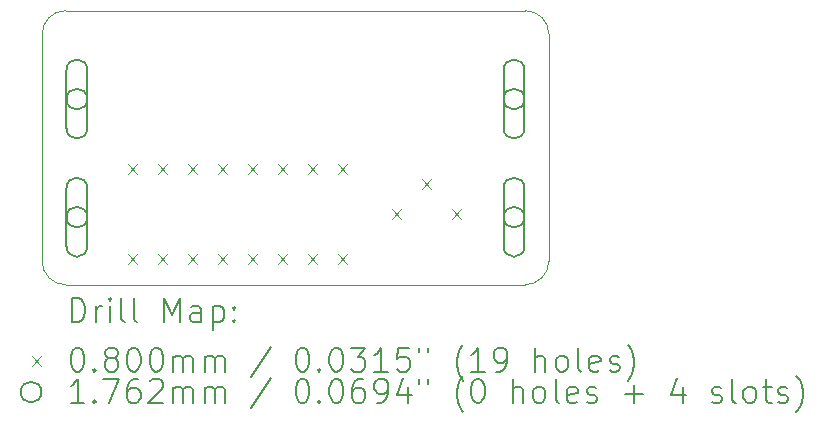
<source format=gbr>
%TF.GenerationSoftware,KiCad,Pcbnew,(6.0.11)*%
%TF.CreationDate,2024-01-24T12:45:55+00:00*%
%TF.ProjectId,Econet_ID_Extender_External,45636f6e-6574-45f4-9944-5f457874656e,rev?*%
%TF.SameCoordinates,Original*%
%TF.FileFunction,Drillmap*%
%TF.FilePolarity,Positive*%
%FSLAX45Y45*%
G04 Gerber Fmt 4.5, Leading zero omitted, Abs format (unit mm)*
G04 Created by KiCad (PCBNEW (6.0.11)) date 2024-01-24 12:45:55*
%MOMM*%
%LPD*%
G01*
G04 APERTURE LIST*
%ADD10C,0.100000*%
%ADD11C,0.200000*%
%ADD12C,0.080000*%
%ADD13C,0.176200*%
G04 APERTURE END LIST*
D10*
X16771578Y-10724578D02*
G75*
G03*
X16971578Y-10524578I2J199998D01*
G01*
X12681000Y-8603578D02*
X12681000Y-10524578D01*
X12881000Y-8403580D02*
G75*
G03*
X12681000Y-8603578I0J-200000D01*
G01*
X16971578Y-10524578D02*
X16971578Y-8603578D01*
X16971572Y-8603578D02*
G75*
G03*
X16771578Y-8403578I-199992J8D01*
G01*
X12681002Y-10524578D02*
G75*
G03*
X12881000Y-10724578I199998J-2D01*
G01*
X12881000Y-10724578D02*
X16771578Y-10724578D01*
X12881000Y-8403578D02*
X16771578Y-8403578D01*
D11*
D12*
X13404750Y-9704578D02*
X13484750Y-9784578D01*
X13484750Y-9704578D02*
X13404750Y-9784578D01*
X13404750Y-10466578D02*
X13484750Y-10546578D01*
X13484750Y-10466578D02*
X13404750Y-10546578D01*
X13658750Y-9704578D02*
X13738750Y-9784578D01*
X13738750Y-9704578D02*
X13658750Y-9784578D01*
X13658750Y-10466578D02*
X13738750Y-10546578D01*
X13738750Y-10466578D02*
X13658750Y-10546578D01*
X13912750Y-9704578D02*
X13992750Y-9784578D01*
X13992750Y-9704578D02*
X13912750Y-9784578D01*
X13912750Y-10466578D02*
X13992750Y-10546578D01*
X13992750Y-10466578D02*
X13912750Y-10546578D01*
X14166750Y-9704578D02*
X14246750Y-9784578D01*
X14246750Y-9704578D02*
X14166750Y-9784578D01*
X14166750Y-10466578D02*
X14246750Y-10546578D01*
X14246750Y-10466578D02*
X14166750Y-10546578D01*
X14420750Y-9704578D02*
X14500750Y-9784578D01*
X14500750Y-9704578D02*
X14420750Y-9784578D01*
X14420750Y-10466578D02*
X14500750Y-10546578D01*
X14500750Y-10466578D02*
X14420750Y-10546578D01*
X14674750Y-9704578D02*
X14754750Y-9784578D01*
X14754750Y-9704578D02*
X14674750Y-9784578D01*
X14674750Y-10466578D02*
X14754750Y-10546578D01*
X14754750Y-10466578D02*
X14674750Y-10546578D01*
X14928750Y-9704578D02*
X15008750Y-9784578D01*
X15008750Y-9704578D02*
X14928750Y-9784578D01*
X14928750Y-10466578D02*
X15008750Y-10546578D01*
X15008750Y-10466578D02*
X14928750Y-10546578D01*
X15182750Y-9704578D02*
X15262750Y-9784578D01*
X15262750Y-9704578D02*
X15182750Y-9784578D01*
X15182750Y-10466578D02*
X15262750Y-10546578D01*
X15262750Y-10466578D02*
X15182750Y-10546578D01*
X15640000Y-10085078D02*
X15720000Y-10165078D01*
X15720000Y-10085078D02*
X15640000Y-10165078D01*
X15894000Y-9831078D02*
X15974000Y-9911078D01*
X15974000Y-9831078D02*
X15894000Y-9911078D01*
X16148000Y-10085078D02*
X16228000Y-10165078D01*
X16228000Y-10085078D02*
X16148000Y-10165078D01*
D13*
X13063889Y-9153000D02*
G75*
G03*
X13063889Y-9153000I-88100J0D01*
G01*
D11*
X12887689Y-8906100D02*
X12887689Y-9399900D01*
X13063889Y-8906100D02*
X13063889Y-9399900D01*
X12887689Y-9399900D02*
G75*
G03*
X13063889Y-9399900I88100J0D01*
G01*
X13063889Y-8906100D02*
G75*
G03*
X12887689Y-8906100I-88100J0D01*
G01*
D13*
X13063889Y-10153000D02*
G75*
G03*
X13063889Y-10153000I-88100J0D01*
G01*
D11*
X12887689Y-9906100D02*
X12887689Y-10399900D01*
X13063889Y-9906100D02*
X13063889Y-10399900D01*
X12887689Y-10399900D02*
G75*
G03*
X13063889Y-10399900I88100J0D01*
G01*
X13063889Y-9906100D02*
G75*
G03*
X12887689Y-9906100I-88100J0D01*
G01*
D13*
X16764889Y-9153000D02*
G75*
G03*
X16764889Y-9153000I-88100J0D01*
G01*
D11*
X16588689Y-8906100D02*
X16588689Y-9399900D01*
X16764889Y-8906100D02*
X16764889Y-9399900D01*
X16588689Y-9399900D02*
G75*
G03*
X16764889Y-9399900I88100J0D01*
G01*
X16764889Y-8906100D02*
G75*
G03*
X16588689Y-8906100I-88100J0D01*
G01*
D13*
X16764889Y-10153000D02*
G75*
G03*
X16764889Y-10153000I-88100J0D01*
G01*
D11*
X16588689Y-9906100D02*
X16588689Y-10399900D01*
X16764889Y-9906100D02*
X16764889Y-10399900D01*
X16588689Y-10399900D02*
G75*
G03*
X16764889Y-10399900I88100J0D01*
G01*
X16764889Y-9906100D02*
G75*
G03*
X16588689Y-9906100I-88100J0D01*
G01*
X12933619Y-11040054D02*
X12933619Y-10840054D01*
X12981238Y-10840054D01*
X13009809Y-10849578D01*
X13028857Y-10868626D01*
X13038380Y-10887673D01*
X13047904Y-10925769D01*
X13047904Y-10954340D01*
X13038380Y-10992435D01*
X13028857Y-11011483D01*
X13009809Y-11030531D01*
X12981238Y-11040054D01*
X12933619Y-11040054D01*
X13133619Y-11040054D02*
X13133619Y-10906721D01*
X13133619Y-10944816D02*
X13143142Y-10925769D01*
X13152666Y-10916245D01*
X13171714Y-10906721D01*
X13190761Y-10906721D01*
X13257428Y-11040054D02*
X13257428Y-10906721D01*
X13257428Y-10840054D02*
X13247904Y-10849578D01*
X13257428Y-10859102D01*
X13266952Y-10849578D01*
X13257428Y-10840054D01*
X13257428Y-10859102D01*
X13381238Y-11040054D02*
X13362190Y-11030531D01*
X13352666Y-11011483D01*
X13352666Y-10840054D01*
X13486000Y-11040054D02*
X13466952Y-11030531D01*
X13457428Y-11011483D01*
X13457428Y-10840054D01*
X13714571Y-11040054D02*
X13714571Y-10840054D01*
X13781238Y-10982912D01*
X13847904Y-10840054D01*
X13847904Y-11040054D01*
X14028857Y-11040054D02*
X14028857Y-10935292D01*
X14019333Y-10916245D01*
X14000285Y-10906721D01*
X13962190Y-10906721D01*
X13943142Y-10916245D01*
X14028857Y-11030531D02*
X14009809Y-11040054D01*
X13962190Y-11040054D01*
X13943142Y-11030531D01*
X13933619Y-11011483D01*
X13933619Y-10992435D01*
X13943142Y-10973388D01*
X13962190Y-10963864D01*
X14009809Y-10963864D01*
X14028857Y-10954340D01*
X14124095Y-10906721D02*
X14124095Y-11106721D01*
X14124095Y-10916245D02*
X14143142Y-10906721D01*
X14181238Y-10906721D01*
X14200285Y-10916245D01*
X14209809Y-10925769D01*
X14219333Y-10944816D01*
X14219333Y-11001959D01*
X14209809Y-11021007D01*
X14200285Y-11030531D01*
X14181238Y-11040054D01*
X14143142Y-11040054D01*
X14124095Y-11030531D01*
X14305047Y-11021007D02*
X14314571Y-11030531D01*
X14305047Y-11040054D01*
X14295523Y-11030531D01*
X14305047Y-11021007D01*
X14305047Y-11040054D01*
X14305047Y-10916245D02*
X14314571Y-10925769D01*
X14305047Y-10935292D01*
X14295523Y-10925769D01*
X14305047Y-10916245D01*
X14305047Y-10935292D01*
D12*
X12596000Y-11329578D02*
X12676000Y-11409578D01*
X12676000Y-11329578D02*
X12596000Y-11409578D01*
D11*
X12971714Y-11260054D02*
X12990761Y-11260054D01*
X13009809Y-11269578D01*
X13019333Y-11279102D01*
X13028857Y-11298150D01*
X13038380Y-11336245D01*
X13038380Y-11383864D01*
X13028857Y-11421959D01*
X13019333Y-11441007D01*
X13009809Y-11450530D01*
X12990761Y-11460054D01*
X12971714Y-11460054D01*
X12952666Y-11450530D01*
X12943142Y-11441007D01*
X12933619Y-11421959D01*
X12924095Y-11383864D01*
X12924095Y-11336245D01*
X12933619Y-11298150D01*
X12943142Y-11279102D01*
X12952666Y-11269578D01*
X12971714Y-11260054D01*
X13124095Y-11441007D02*
X13133619Y-11450530D01*
X13124095Y-11460054D01*
X13114571Y-11450530D01*
X13124095Y-11441007D01*
X13124095Y-11460054D01*
X13247904Y-11345769D02*
X13228857Y-11336245D01*
X13219333Y-11326721D01*
X13209809Y-11307673D01*
X13209809Y-11298150D01*
X13219333Y-11279102D01*
X13228857Y-11269578D01*
X13247904Y-11260054D01*
X13286000Y-11260054D01*
X13305047Y-11269578D01*
X13314571Y-11279102D01*
X13324095Y-11298150D01*
X13324095Y-11307673D01*
X13314571Y-11326721D01*
X13305047Y-11336245D01*
X13286000Y-11345769D01*
X13247904Y-11345769D01*
X13228857Y-11355292D01*
X13219333Y-11364816D01*
X13209809Y-11383864D01*
X13209809Y-11421959D01*
X13219333Y-11441007D01*
X13228857Y-11450530D01*
X13247904Y-11460054D01*
X13286000Y-11460054D01*
X13305047Y-11450530D01*
X13314571Y-11441007D01*
X13324095Y-11421959D01*
X13324095Y-11383864D01*
X13314571Y-11364816D01*
X13305047Y-11355292D01*
X13286000Y-11345769D01*
X13447904Y-11260054D02*
X13466952Y-11260054D01*
X13486000Y-11269578D01*
X13495523Y-11279102D01*
X13505047Y-11298150D01*
X13514571Y-11336245D01*
X13514571Y-11383864D01*
X13505047Y-11421959D01*
X13495523Y-11441007D01*
X13486000Y-11450530D01*
X13466952Y-11460054D01*
X13447904Y-11460054D01*
X13428857Y-11450530D01*
X13419333Y-11441007D01*
X13409809Y-11421959D01*
X13400285Y-11383864D01*
X13400285Y-11336245D01*
X13409809Y-11298150D01*
X13419333Y-11279102D01*
X13428857Y-11269578D01*
X13447904Y-11260054D01*
X13638380Y-11260054D02*
X13657428Y-11260054D01*
X13676476Y-11269578D01*
X13686000Y-11279102D01*
X13695523Y-11298150D01*
X13705047Y-11336245D01*
X13705047Y-11383864D01*
X13695523Y-11421959D01*
X13686000Y-11441007D01*
X13676476Y-11450530D01*
X13657428Y-11460054D01*
X13638380Y-11460054D01*
X13619333Y-11450530D01*
X13609809Y-11441007D01*
X13600285Y-11421959D01*
X13590761Y-11383864D01*
X13590761Y-11336245D01*
X13600285Y-11298150D01*
X13609809Y-11279102D01*
X13619333Y-11269578D01*
X13638380Y-11260054D01*
X13790761Y-11460054D02*
X13790761Y-11326721D01*
X13790761Y-11345769D02*
X13800285Y-11336245D01*
X13819333Y-11326721D01*
X13847904Y-11326721D01*
X13866952Y-11336245D01*
X13876476Y-11355292D01*
X13876476Y-11460054D01*
X13876476Y-11355292D02*
X13886000Y-11336245D01*
X13905047Y-11326721D01*
X13933619Y-11326721D01*
X13952666Y-11336245D01*
X13962190Y-11355292D01*
X13962190Y-11460054D01*
X14057428Y-11460054D02*
X14057428Y-11326721D01*
X14057428Y-11345769D02*
X14066952Y-11336245D01*
X14086000Y-11326721D01*
X14114571Y-11326721D01*
X14133619Y-11336245D01*
X14143142Y-11355292D01*
X14143142Y-11460054D01*
X14143142Y-11355292D02*
X14152666Y-11336245D01*
X14171714Y-11326721D01*
X14200285Y-11326721D01*
X14219333Y-11336245D01*
X14228857Y-11355292D01*
X14228857Y-11460054D01*
X14619333Y-11250530D02*
X14447904Y-11507673D01*
X14876476Y-11260054D02*
X14895523Y-11260054D01*
X14914571Y-11269578D01*
X14924095Y-11279102D01*
X14933619Y-11298150D01*
X14943142Y-11336245D01*
X14943142Y-11383864D01*
X14933619Y-11421959D01*
X14924095Y-11441007D01*
X14914571Y-11450530D01*
X14895523Y-11460054D01*
X14876476Y-11460054D01*
X14857428Y-11450530D01*
X14847904Y-11441007D01*
X14838380Y-11421959D01*
X14828857Y-11383864D01*
X14828857Y-11336245D01*
X14838380Y-11298150D01*
X14847904Y-11279102D01*
X14857428Y-11269578D01*
X14876476Y-11260054D01*
X15028857Y-11441007D02*
X15038380Y-11450530D01*
X15028857Y-11460054D01*
X15019333Y-11450530D01*
X15028857Y-11441007D01*
X15028857Y-11460054D01*
X15162190Y-11260054D02*
X15181238Y-11260054D01*
X15200285Y-11269578D01*
X15209809Y-11279102D01*
X15219333Y-11298150D01*
X15228857Y-11336245D01*
X15228857Y-11383864D01*
X15219333Y-11421959D01*
X15209809Y-11441007D01*
X15200285Y-11450530D01*
X15181238Y-11460054D01*
X15162190Y-11460054D01*
X15143142Y-11450530D01*
X15133619Y-11441007D01*
X15124095Y-11421959D01*
X15114571Y-11383864D01*
X15114571Y-11336245D01*
X15124095Y-11298150D01*
X15133619Y-11279102D01*
X15143142Y-11269578D01*
X15162190Y-11260054D01*
X15295523Y-11260054D02*
X15419333Y-11260054D01*
X15352666Y-11336245D01*
X15381238Y-11336245D01*
X15400285Y-11345769D01*
X15409809Y-11355292D01*
X15419333Y-11374340D01*
X15419333Y-11421959D01*
X15409809Y-11441007D01*
X15400285Y-11450530D01*
X15381238Y-11460054D01*
X15324095Y-11460054D01*
X15305047Y-11450530D01*
X15295523Y-11441007D01*
X15609809Y-11460054D02*
X15495523Y-11460054D01*
X15552666Y-11460054D02*
X15552666Y-11260054D01*
X15533619Y-11288626D01*
X15514571Y-11307673D01*
X15495523Y-11317197D01*
X15790761Y-11260054D02*
X15695523Y-11260054D01*
X15686000Y-11355292D01*
X15695523Y-11345769D01*
X15714571Y-11336245D01*
X15762190Y-11336245D01*
X15781238Y-11345769D01*
X15790761Y-11355292D01*
X15800285Y-11374340D01*
X15800285Y-11421959D01*
X15790761Y-11441007D01*
X15781238Y-11450530D01*
X15762190Y-11460054D01*
X15714571Y-11460054D01*
X15695523Y-11450530D01*
X15686000Y-11441007D01*
X15876476Y-11260054D02*
X15876476Y-11298150D01*
X15952666Y-11260054D02*
X15952666Y-11298150D01*
X16247904Y-11536245D02*
X16238380Y-11526721D01*
X16219333Y-11498150D01*
X16209809Y-11479102D01*
X16200285Y-11450530D01*
X16190761Y-11402911D01*
X16190761Y-11364816D01*
X16200285Y-11317197D01*
X16209809Y-11288626D01*
X16219333Y-11269578D01*
X16238380Y-11241007D01*
X16247904Y-11231483D01*
X16428857Y-11460054D02*
X16314571Y-11460054D01*
X16371714Y-11460054D02*
X16371714Y-11260054D01*
X16352666Y-11288626D01*
X16333619Y-11307673D01*
X16314571Y-11317197D01*
X16524095Y-11460054D02*
X16562190Y-11460054D01*
X16581238Y-11450530D01*
X16590761Y-11441007D01*
X16609809Y-11412435D01*
X16619333Y-11374340D01*
X16619333Y-11298150D01*
X16609809Y-11279102D01*
X16600285Y-11269578D01*
X16581238Y-11260054D01*
X16543142Y-11260054D01*
X16524095Y-11269578D01*
X16514571Y-11279102D01*
X16505047Y-11298150D01*
X16505047Y-11345769D01*
X16514571Y-11364816D01*
X16524095Y-11374340D01*
X16543142Y-11383864D01*
X16581238Y-11383864D01*
X16600285Y-11374340D01*
X16609809Y-11364816D01*
X16619333Y-11345769D01*
X16857428Y-11460054D02*
X16857428Y-11260054D01*
X16943142Y-11460054D02*
X16943142Y-11355292D01*
X16933619Y-11336245D01*
X16914571Y-11326721D01*
X16886000Y-11326721D01*
X16866952Y-11336245D01*
X16857428Y-11345769D01*
X17066952Y-11460054D02*
X17047904Y-11450530D01*
X17038381Y-11441007D01*
X17028857Y-11421959D01*
X17028857Y-11364816D01*
X17038381Y-11345769D01*
X17047904Y-11336245D01*
X17066952Y-11326721D01*
X17095523Y-11326721D01*
X17114571Y-11336245D01*
X17124095Y-11345769D01*
X17133619Y-11364816D01*
X17133619Y-11421959D01*
X17124095Y-11441007D01*
X17114571Y-11450530D01*
X17095523Y-11460054D01*
X17066952Y-11460054D01*
X17247904Y-11460054D02*
X17228857Y-11450530D01*
X17219333Y-11431483D01*
X17219333Y-11260054D01*
X17400285Y-11450530D02*
X17381238Y-11460054D01*
X17343142Y-11460054D01*
X17324095Y-11450530D01*
X17314571Y-11431483D01*
X17314571Y-11355292D01*
X17324095Y-11336245D01*
X17343142Y-11326721D01*
X17381238Y-11326721D01*
X17400285Y-11336245D01*
X17409809Y-11355292D01*
X17409809Y-11374340D01*
X17314571Y-11393388D01*
X17486000Y-11450530D02*
X17505047Y-11460054D01*
X17543142Y-11460054D01*
X17562190Y-11450530D01*
X17571714Y-11431483D01*
X17571714Y-11421959D01*
X17562190Y-11402911D01*
X17543142Y-11393388D01*
X17514571Y-11393388D01*
X17495523Y-11383864D01*
X17486000Y-11364816D01*
X17486000Y-11355292D01*
X17495523Y-11336245D01*
X17514571Y-11326721D01*
X17543142Y-11326721D01*
X17562190Y-11336245D01*
X17638381Y-11536245D02*
X17647904Y-11526721D01*
X17666952Y-11498150D01*
X17676476Y-11479102D01*
X17686000Y-11450530D01*
X17695523Y-11402911D01*
X17695523Y-11364816D01*
X17686000Y-11317197D01*
X17676476Y-11288626D01*
X17666952Y-11269578D01*
X17647904Y-11241007D01*
X17638381Y-11231483D01*
D13*
X12676000Y-11633578D02*
G75*
G03*
X12676000Y-11633578I-88100J0D01*
G01*
D11*
X13038380Y-11724054D02*
X12924095Y-11724054D01*
X12981238Y-11724054D02*
X12981238Y-11524054D01*
X12962190Y-11552626D01*
X12943142Y-11571673D01*
X12924095Y-11581197D01*
X13124095Y-11705007D02*
X13133619Y-11714530D01*
X13124095Y-11724054D01*
X13114571Y-11714530D01*
X13124095Y-11705007D01*
X13124095Y-11724054D01*
X13200285Y-11524054D02*
X13333619Y-11524054D01*
X13247904Y-11724054D01*
X13495523Y-11524054D02*
X13457428Y-11524054D01*
X13438380Y-11533578D01*
X13428857Y-11543102D01*
X13409809Y-11571673D01*
X13400285Y-11609769D01*
X13400285Y-11685959D01*
X13409809Y-11705007D01*
X13419333Y-11714530D01*
X13438380Y-11724054D01*
X13476476Y-11724054D01*
X13495523Y-11714530D01*
X13505047Y-11705007D01*
X13514571Y-11685959D01*
X13514571Y-11638340D01*
X13505047Y-11619292D01*
X13495523Y-11609769D01*
X13476476Y-11600245D01*
X13438380Y-11600245D01*
X13419333Y-11609769D01*
X13409809Y-11619292D01*
X13400285Y-11638340D01*
X13590761Y-11543102D02*
X13600285Y-11533578D01*
X13619333Y-11524054D01*
X13666952Y-11524054D01*
X13686000Y-11533578D01*
X13695523Y-11543102D01*
X13705047Y-11562150D01*
X13705047Y-11581197D01*
X13695523Y-11609769D01*
X13581238Y-11724054D01*
X13705047Y-11724054D01*
X13790761Y-11724054D02*
X13790761Y-11590721D01*
X13790761Y-11609769D02*
X13800285Y-11600245D01*
X13819333Y-11590721D01*
X13847904Y-11590721D01*
X13866952Y-11600245D01*
X13876476Y-11619292D01*
X13876476Y-11724054D01*
X13876476Y-11619292D02*
X13886000Y-11600245D01*
X13905047Y-11590721D01*
X13933619Y-11590721D01*
X13952666Y-11600245D01*
X13962190Y-11619292D01*
X13962190Y-11724054D01*
X14057428Y-11724054D02*
X14057428Y-11590721D01*
X14057428Y-11609769D02*
X14066952Y-11600245D01*
X14086000Y-11590721D01*
X14114571Y-11590721D01*
X14133619Y-11600245D01*
X14143142Y-11619292D01*
X14143142Y-11724054D01*
X14143142Y-11619292D02*
X14152666Y-11600245D01*
X14171714Y-11590721D01*
X14200285Y-11590721D01*
X14219333Y-11600245D01*
X14228857Y-11619292D01*
X14228857Y-11724054D01*
X14619333Y-11514530D02*
X14447904Y-11771673D01*
X14876476Y-11524054D02*
X14895523Y-11524054D01*
X14914571Y-11533578D01*
X14924095Y-11543102D01*
X14933619Y-11562150D01*
X14943142Y-11600245D01*
X14943142Y-11647864D01*
X14933619Y-11685959D01*
X14924095Y-11705007D01*
X14914571Y-11714530D01*
X14895523Y-11724054D01*
X14876476Y-11724054D01*
X14857428Y-11714530D01*
X14847904Y-11705007D01*
X14838380Y-11685959D01*
X14828857Y-11647864D01*
X14828857Y-11600245D01*
X14838380Y-11562150D01*
X14847904Y-11543102D01*
X14857428Y-11533578D01*
X14876476Y-11524054D01*
X15028857Y-11705007D02*
X15038380Y-11714530D01*
X15028857Y-11724054D01*
X15019333Y-11714530D01*
X15028857Y-11705007D01*
X15028857Y-11724054D01*
X15162190Y-11524054D02*
X15181238Y-11524054D01*
X15200285Y-11533578D01*
X15209809Y-11543102D01*
X15219333Y-11562150D01*
X15228857Y-11600245D01*
X15228857Y-11647864D01*
X15219333Y-11685959D01*
X15209809Y-11705007D01*
X15200285Y-11714530D01*
X15181238Y-11724054D01*
X15162190Y-11724054D01*
X15143142Y-11714530D01*
X15133619Y-11705007D01*
X15124095Y-11685959D01*
X15114571Y-11647864D01*
X15114571Y-11600245D01*
X15124095Y-11562150D01*
X15133619Y-11543102D01*
X15143142Y-11533578D01*
X15162190Y-11524054D01*
X15400285Y-11524054D02*
X15362190Y-11524054D01*
X15343142Y-11533578D01*
X15333619Y-11543102D01*
X15314571Y-11571673D01*
X15305047Y-11609769D01*
X15305047Y-11685959D01*
X15314571Y-11705007D01*
X15324095Y-11714530D01*
X15343142Y-11724054D01*
X15381238Y-11724054D01*
X15400285Y-11714530D01*
X15409809Y-11705007D01*
X15419333Y-11685959D01*
X15419333Y-11638340D01*
X15409809Y-11619292D01*
X15400285Y-11609769D01*
X15381238Y-11600245D01*
X15343142Y-11600245D01*
X15324095Y-11609769D01*
X15314571Y-11619292D01*
X15305047Y-11638340D01*
X15514571Y-11724054D02*
X15552666Y-11724054D01*
X15571714Y-11714530D01*
X15581238Y-11705007D01*
X15600285Y-11676435D01*
X15609809Y-11638340D01*
X15609809Y-11562150D01*
X15600285Y-11543102D01*
X15590761Y-11533578D01*
X15571714Y-11524054D01*
X15533619Y-11524054D01*
X15514571Y-11533578D01*
X15505047Y-11543102D01*
X15495523Y-11562150D01*
X15495523Y-11609769D01*
X15505047Y-11628816D01*
X15514571Y-11638340D01*
X15533619Y-11647864D01*
X15571714Y-11647864D01*
X15590761Y-11638340D01*
X15600285Y-11628816D01*
X15609809Y-11609769D01*
X15781238Y-11590721D02*
X15781238Y-11724054D01*
X15733619Y-11514530D02*
X15686000Y-11657388D01*
X15809809Y-11657388D01*
X15876476Y-11524054D02*
X15876476Y-11562150D01*
X15952666Y-11524054D02*
X15952666Y-11562150D01*
X16247904Y-11800245D02*
X16238380Y-11790721D01*
X16219333Y-11762150D01*
X16209809Y-11743102D01*
X16200285Y-11714530D01*
X16190761Y-11666911D01*
X16190761Y-11628816D01*
X16200285Y-11581197D01*
X16209809Y-11552626D01*
X16219333Y-11533578D01*
X16238380Y-11505007D01*
X16247904Y-11495483D01*
X16362190Y-11524054D02*
X16381238Y-11524054D01*
X16400285Y-11533578D01*
X16409809Y-11543102D01*
X16419333Y-11562150D01*
X16428857Y-11600245D01*
X16428857Y-11647864D01*
X16419333Y-11685959D01*
X16409809Y-11705007D01*
X16400285Y-11714530D01*
X16381238Y-11724054D01*
X16362190Y-11724054D01*
X16343142Y-11714530D01*
X16333619Y-11705007D01*
X16324095Y-11685959D01*
X16314571Y-11647864D01*
X16314571Y-11600245D01*
X16324095Y-11562150D01*
X16333619Y-11543102D01*
X16343142Y-11533578D01*
X16362190Y-11524054D01*
X16666952Y-11724054D02*
X16666952Y-11524054D01*
X16752666Y-11724054D02*
X16752666Y-11619292D01*
X16743142Y-11600245D01*
X16724095Y-11590721D01*
X16695523Y-11590721D01*
X16676476Y-11600245D01*
X16666952Y-11609769D01*
X16876476Y-11724054D02*
X16857428Y-11714530D01*
X16847904Y-11705007D01*
X16838381Y-11685959D01*
X16838381Y-11628816D01*
X16847904Y-11609769D01*
X16857428Y-11600245D01*
X16876476Y-11590721D01*
X16905047Y-11590721D01*
X16924095Y-11600245D01*
X16933619Y-11609769D01*
X16943142Y-11628816D01*
X16943142Y-11685959D01*
X16933619Y-11705007D01*
X16924095Y-11714530D01*
X16905047Y-11724054D01*
X16876476Y-11724054D01*
X17057428Y-11724054D02*
X17038381Y-11714530D01*
X17028857Y-11695483D01*
X17028857Y-11524054D01*
X17209809Y-11714530D02*
X17190762Y-11724054D01*
X17152666Y-11724054D01*
X17133619Y-11714530D01*
X17124095Y-11695483D01*
X17124095Y-11619292D01*
X17133619Y-11600245D01*
X17152666Y-11590721D01*
X17190762Y-11590721D01*
X17209809Y-11600245D01*
X17219333Y-11619292D01*
X17219333Y-11638340D01*
X17124095Y-11657388D01*
X17295523Y-11714530D02*
X17314571Y-11724054D01*
X17352666Y-11724054D01*
X17371714Y-11714530D01*
X17381238Y-11695483D01*
X17381238Y-11685959D01*
X17371714Y-11666911D01*
X17352666Y-11657388D01*
X17324095Y-11657388D01*
X17305047Y-11647864D01*
X17295523Y-11628816D01*
X17295523Y-11619292D01*
X17305047Y-11600245D01*
X17324095Y-11590721D01*
X17352666Y-11590721D01*
X17371714Y-11600245D01*
X17619333Y-11647864D02*
X17771714Y-11647864D01*
X17695523Y-11724054D02*
X17695523Y-11571673D01*
X18105047Y-11590721D02*
X18105047Y-11724054D01*
X18057428Y-11514530D02*
X18009809Y-11657388D01*
X18133619Y-11657388D01*
X18352666Y-11714530D02*
X18371714Y-11724054D01*
X18409809Y-11724054D01*
X18428857Y-11714530D01*
X18438381Y-11695483D01*
X18438381Y-11685959D01*
X18428857Y-11666911D01*
X18409809Y-11657388D01*
X18381238Y-11657388D01*
X18362190Y-11647864D01*
X18352666Y-11628816D01*
X18352666Y-11619292D01*
X18362190Y-11600245D01*
X18381238Y-11590721D01*
X18409809Y-11590721D01*
X18428857Y-11600245D01*
X18552666Y-11724054D02*
X18533619Y-11714530D01*
X18524095Y-11695483D01*
X18524095Y-11524054D01*
X18657428Y-11724054D02*
X18638381Y-11714530D01*
X18628857Y-11705007D01*
X18619333Y-11685959D01*
X18619333Y-11628816D01*
X18628857Y-11609769D01*
X18638381Y-11600245D01*
X18657428Y-11590721D01*
X18686000Y-11590721D01*
X18705047Y-11600245D01*
X18714571Y-11609769D01*
X18724095Y-11628816D01*
X18724095Y-11685959D01*
X18714571Y-11705007D01*
X18705047Y-11714530D01*
X18686000Y-11724054D01*
X18657428Y-11724054D01*
X18781238Y-11590721D02*
X18857428Y-11590721D01*
X18809809Y-11524054D02*
X18809809Y-11695483D01*
X18819333Y-11714530D01*
X18838381Y-11724054D01*
X18857428Y-11724054D01*
X18914571Y-11714530D02*
X18933619Y-11724054D01*
X18971714Y-11724054D01*
X18990762Y-11714530D01*
X19000285Y-11695483D01*
X19000285Y-11685959D01*
X18990762Y-11666911D01*
X18971714Y-11657388D01*
X18943142Y-11657388D01*
X18924095Y-11647864D01*
X18914571Y-11628816D01*
X18914571Y-11619292D01*
X18924095Y-11600245D01*
X18943142Y-11590721D01*
X18971714Y-11590721D01*
X18990762Y-11600245D01*
X19066952Y-11800245D02*
X19076476Y-11790721D01*
X19095523Y-11762150D01*
X19105047Y-11743102D01*
X19114571Y-11714530D01*
X19124095Y-11666911D01*
X19124095Y-11628816D01*
X19114571Y-11581197D01*
X19105047Y-11552626D01*
X19095523Y-11533578D01*
X19076476Y-11505007D01*
X19066952Y-11495483D01*
M02*

</source>
